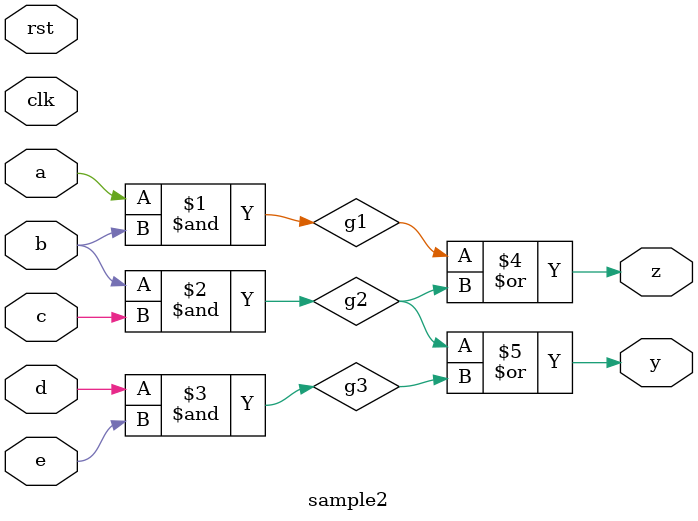
<source format=v>
module sample2(clk, rst,y,z,a,b,c,d,e);
input clk,rst;
output y;
output z;
input  a;
input  b;
input  c;
input  d;
input  e;

wire  a;
wire  b;
wire  c;
wire  d;
wire  e;
wire  y;
wire  z;
wire  g1;
wire  g2;
wire  g3;

assign g1 =  a & b ;
assign g2 =  b & c ;
assign g3 =  d & e ;
assign z =  g1  |  g2 ;
assign y =  g2  |  g3 ;

endmodule

</source>
